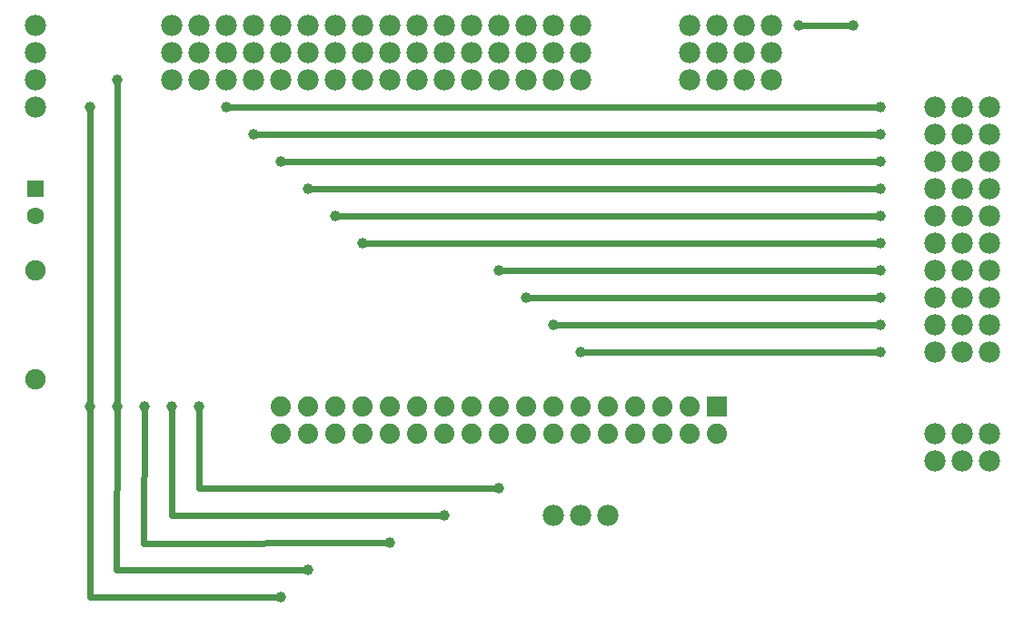
<source format=gtl>
G04 MADE WITH FRITZING*
G04 WWW.FRITZING.ORG*
G04 DOUBLE SIDED*
G04 HOLES PLATED*
G04 CONTOUR ON CENTER OF CONTOUR VECTOR*
%ASAXBY*%
%FSLAX23Y23*%
%MOIN*%
%OFA0B0*%
%SFA1.0B1.0*%
%ADD10C,0.074000*%
%ADD11C,0.078000*%
%ADD12C,0.039370*%
%ADD13C,0.062992*%
%ADD14C,0.075000*%
%ADD15R,0.074000X0.074000*%
%ADD16R,0.062992X0.062992*%
%ADD17C,0.024000*%
%LNCOPPER1*%
G90*
G70*
G54D10*
X2789Y818D03*
X2689Y818D03*
X2589Y818D03*
X2489Y818D03*
X2389Y818D03*
X2289Y818D03*
X2189Y818D03*
X2089Y818D03*
X1989Y818D03*
X1889Y818D03*
X1789Y818D03*
X1689Y818D03*
X1589Y818D03*
X1489Y818D03*
X1389Y818D03*
X1289Y818D03*
X1189Y818D03*
X2789Y918D03*
X2689Y918D03*
X2589Y918D03*
X2489Y918D03*
X2389Y918D03*
X2289Y918D03*
X2189Y918D03*
X2089Y918D03*
X1989Y918D03*
X1889Y918D03*
X1789Y918D03*
X1689Y918D03*
X1589Y918D03*
X1489Y918D03*
X1389Y918D03*
X1289Y918D03*
X1189Y918D03*
G54D11*
X2689Y2318D03*
X2689Y2218D03*
X2689Y2118D03*
X2789Y2318D03*
X2789Y2218D03*
X2789Y2118D03*
X2989Y2318D03*
X2989Y2218D03*
X2989Y2118D03*
X2889Y2318D03*
X2889Y2218D03*
X2889Y2118D03*
X3589Y718D03*
X3689Y718D03*
X3789Y718D03*
X3589Y818D03*
X3689Y818D03*
X3789Y818D03*
X3589Y2018D03*
X3689Y2018D03*
X3789Y2018D03*
X3589Y1918D03*
X3689Y1918D03*
X3789Y1918D03*
X3589Y1818D03*
X3689Y1818D03*
X3789Y1818D03*
X3589Y1718D03*
X3689Y1718D03*
X3789Y1718D03*
X3589Y1618D03*
X3689Y1618D03*
X3789Y1618D03*
X3589Y1518D03*
X3689Y1518D03*
X3789Y1518D03*
X3589Y1418D03*
X3689Y1418D03*
X3789Y1418D03*
X3589Y1318D03*
X3689Y1318D03*
X3789Y1318D03*
X3589Y1218D03*
X3689Y1218D03*
X3789Y1218D03*
X3589Y1118D03*
X3689Y1118D03*
X3789Y1118D03*
X2189Y518D03*
X2289Y518D03*
X2389Y518D03*
X289Y2318D03*
X289Y2218D03*
X289Y2118D03*
X289Y2018D03*
X789Y2318D03*
X789Y2218D03*
X789Y2118D03*
X889Y2318D03*
X889Y2218D03*
X889Y2118D03*
X989Y2318D03*
X989Y2218D03*
X989Y2118D03*
X1089Y2318D03*
X1089Y2218D03*
X1089Y2118D03*
X1189Y2318D03*
X1189Y2218D03*
X1189Y2118D03*
X1289Y2318D03*
X1289Y2218D03*
X1289Y2118D03*
X1389Y2318D03*
X1389Y2218D03*
X1389Y2118D03*
X1489Y2318D03*
X1489Y2218D03*
X1489Y2118D03*
X1589Y2318D03*
X1589Y2218D03*
X1589Y2118D03*
X1689Y2318D03*
X1689Y2218D03*
X1689Y2118D03*
X1789Y2318D03*
X1789Y2218D03*
X1789Y2118D03*
X1889Y2318D03*
X1889Y2218D03*
X1889Y2118D03*
X1989Y2318D03*
X1989Y2218D03*
X1989Y2118D03*
X2089Y2318D03*
X2089Y2218D03*
X2089Y2118D03*
X2189Y2318D03*
X2189Y2218D03*
X2189Y2118D03*
X2289Y2318D03*
X2289Y2218D03*
X2289Y2118D03*
G54D12*
X589Y2118D03*
X489Y2018D03*
X1189Y218D03*
X1289Y318D03*
X1589Y418D03*
X1789Y518D03*
X1989Y618D03*
X889Y918D03*
X789Y918D03*
X689Y918D03*
X589Y918D03*
X489Y918D03*
X3289Y2318D03*
X3089Y2318D03*
X2289Y1118D03*
X3389Y1118D03*
X3389Y1218D03*
X3389Y1318D03*
X3389Y1418D03*
X3389Y1518D03*
X3389Y1618D03*
X3389Y1718D03*
X3389Y1818D03*
X3389Y1918D03*
X3389Y2018D03*
X2189Y1218D03*
X2089Y1318D03*
X1989Y1418D03*
X1489Y1518D03*
X1389Y1618D03*
X1289Y1718D03*
X1189Y1818D03*
X1089Y1918D03*
X989Y2018D03*
G54D13*
X289Y1716D03*
X289Y1618D03*
G54D14*
X289Y1418D03*
X289Y1018D03*
G54D15*
X2789Y918D03*
G54D16*
X289Y1716D03*
G54D17*
X891Y618D02*
X1970Y618D01*
D02*
X889Y899D02*
X891Y618D01*
D02*
X790Y517D02*
X1770Y518D01*
D02*
X789Y899D02*
X790Y517D01*
D02*
X688Y415D02*
X1570Y418D01*
D02*
X689Y899D02*
X688Y415D01*
D02*
X587Y319D02*
X1270Y318D01*
D02*
X589Y899D02*
X587Y319D01*
D02*
X491Y218D02*
X1170Y218D01*
D02*
X489Y899D02*
X491Y218D01*
D02*
X589Y2099D02*
X589Y937D01*
D02*
X489Y1999D02*
X489Y937D01*
D02*
X3370Y1118D02*
X2308Y1118D01*
D02*
X3370Y1218D02*
X2208Y1218D01*
D02*
X3370Y1318D02*
X2108Y1318D01*
D02*
X3370Y1418D02*
X2008Y1418D01*
D02*
X3370Y1518D02*
X1508Y1518D01*
D02*
X3370Y1618D02*
X1408Y1618D01*
D02*
X3370Y1718D02*
X1308Y1718D01*
D02*
X3370Y1818D02*
X1208Y1818D01*
D02*
X3370Y1918D02*
X1108Y1918D01*
D02*
X3370Y2018D02*
X1008Y2018D01*
D02*
X3108Y2318D02*
X3270Y2318D01*
G04 End of Copper1*
M02*
</source>
